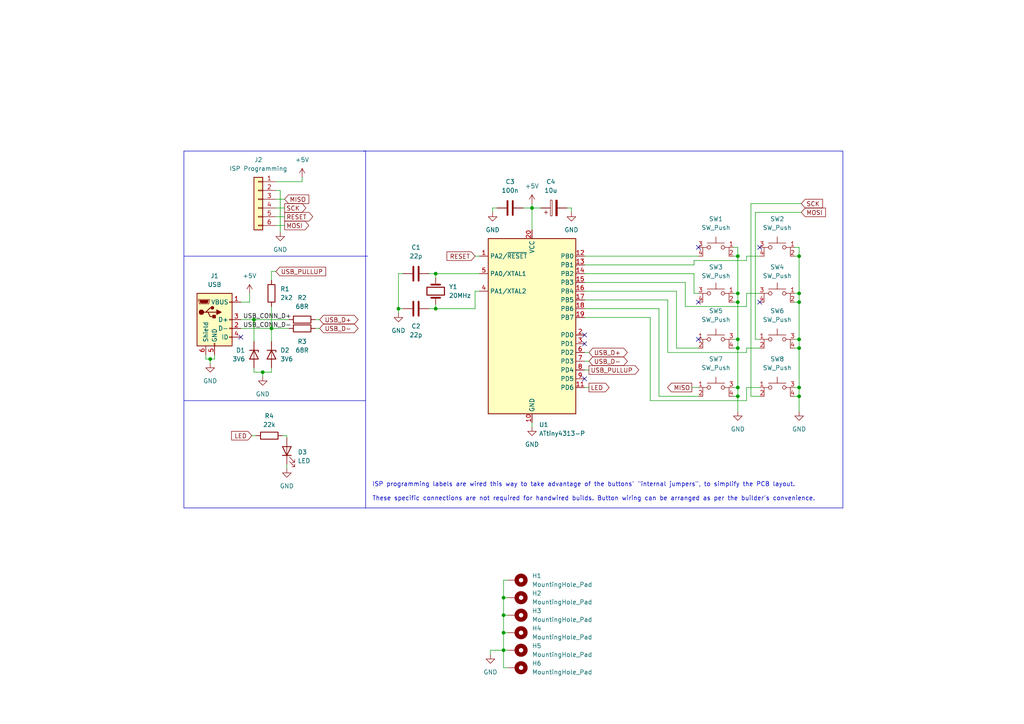
<source format=kicad_sch>
(kicad_sch (version 20230121) (generator eeschema)
  (paper "A4")
  (title_block (title "b8") (date "2024-04-03") (rev "20240403") (comment 3 "Released under CERN Open Hardware Licence Version 2 - Strongly Reciprocal") (comment 4 "Designed by: Rafael G. Martins"))
  (lib_symbols
    (symbol "Connector:USB_B_Mini" (pin_names (offset 1.016))
      (property "Reference" "J" (at -5.08 11.43 0))
      (property "Value" "USB_B_Mini" (at -5.08 8.89 0))
      (symbol "USB_B_Mini_0_1"
        (rectangle (start -5.08 -7.62) (end 5.08 7.62) (stroke (width 0.254)) (fill (type background)))
        (circle (center -3.81 2.159) (radius 0.635) (stroke (width 0.254)) (fill (type outline)))
        (circle (center -0.635 3.429) (radius 0.381) (stroke (width 0.254)) (fill (type outline)))
        (rectangle (start -0.127 -7.62) (end 0.127 -6.858))
        (polyline (pts (xy -1.905 2.159) (xy 0.635 2.159)) (stroke (width 0.254)))
        (polyline (pts (xy -3.175 2.159) (xy -2.54 2.159) (xy -1.27 3.429) (xy -0.635 3.429)) (stroke (width 0.254)))
        (polyline (pts (xy -2.54 2.159) (xy -1.905 2.159) (xy -1.27 0.889) (xy 0 0.889)) (stroke (width 0.254)))
        (polyline (pts (xy 0.635 2.794) (xy 0.635 1.524) (xy 1.905 2.159) (xy 0.635 2.794)) (stroke (width 0.254)) (fill (type outline)))
        (polyline (pts (xy -4.318 5.588) (xy -1.778 5.588) (xy -2.032 4.826) (xy -4.064 4.826) (xy -4.318 5.588)) (fill (type outline)))
        (polyline (pts (xy -4.699 5.842) (xy -4.699 5.588) (xy -4.445 4.826) (xy -4.445 4.572) (xy -1.651 4.572) (xy -1.651 4.826) (xy -1.397 5.588) (xy -1.397 5.842) (xy -4.699 5.842)))
        (rectangle (start 0.254 1.27) (end -0.508 0.508) (stroke (width 0.254)) (fill (type outline)))
        (rectangle (start 5.08 -5.207) (end 4.318 -4.953))
        (rectangle (start 5.08 -2.667) (end 4.318 -2.413))
        (rectangle (start 5.08 -0.127) (end 4.318 0.127))
        (rectangle (start 5.08 4.953) (end 4.318 5.207))
      )
      (symbol "USB_B_Mini_1_1"
        (pin power_out line (at 7.62 5.08 180) (length 2.54) (name "VBUS") (number "1"))
        (pin bidirectional line (at 7.62 -2.54 180) (length 2.54) (name "D-") (number "2"))
        (pin bidirectional line (at 7.62 0 180) (length 2.54) (name "D+") (number "3"))
        (pin passive line (at 7.62 -5.08 180) (length 2.54) (name "ID") (number "4"))
        (pin power_out line (at 0 -10.16 90) (length 2.54) (name "GND") (number "5"))
        (pin passive line (at -2.54 -10.16 90) (length 2.54) (name "Shield") (number "6"))
      )
    )
    (symbol "Connector_Generic:Conn_01x06" (pin_names (offset 1.016) hide)
      (property "Reference" "J" (at 0 7.62 0))
      (property "Value" "Conn_01x06" (at 0 -10.16 0))
      (symbol "Conn_01x06_1_1"
        (rectangle (start -1.27 -7.493) (end 0 -7.747) (stroke (width 0.1524)))
        (rectangle (start -1.27 -4.953) (end 0 -5.207) (stroke (width 0.1524)))
        (rectangle (start -1.27 -2.413) (end 0 -2.667) (stroke (width 0.1524)))
        (rectangle (start -1.27 0.127) (end 0 -0.127) (stroke (width 0.1524)))
        (rectangle (start -1.27 2.667) (end 0 2.413) (stroke (width 0.1524)))
        (rectangle (start -1.27 5.207) (end 0 4.953) (stroke (width 0.1524)))
        (rectangle (start -1.27 6.35) (end 1.27 -8.89) (stroke (width 0.254)) (fill (type background)))
        (pin passive line (at -5.08 5.08 0) (length 3.81) (name "Pin_1") (number "1"))
        (pin passive line (at -5.08 2.54 0) (length 3.81) (name "Pin_2") (number "2"))
        (pin passive line (at -5.08 0 0) (length 3.81) (name "Pin_3") (number "3"))
        (pin passive line (at -5.08 -2.54 0) (length 3.81) (name "Pin_4") (number "4"))
        (pin passive line (at -5.08 -5.08 0) (length 3.81) (name "Pin_5") (number "5"))
        (pin passive line (at -5.08 -7.62 0) (length 3.81) (name "Pin_6") (number "6"))
      )
    )
    (symbol "Device:C" (pin_numbers hide) (pin_names (offset 0.254))
      (property "Reference" "C" (at 0.635 2.54 0))
      (property "Value" "C" (at 0.635 -2.54 0))
      (symbol "C_0_1"
        (polyline (pts (xy -2.032 -0.762) (xy 2.032 -0.762)) (stroke (width 0.508)))
        (polyline (pts (xy -2.032 0.762) (xy 2.032 0.762)) (stroke (width 0.508)))
      )
      (symbol "C_1_1"
        (pin passive line (at 0 3.81 270) (length 2.794) (name "~") (number "1"))
        (pin passive line (at 0 -3.81 90) (length 2.794) (name "~") (number "2"))
      )
    )
    (symbol "Device:C_Polarized" (pin_numbers hide) (pin_names (offset 0.254))
      (property "Reference" "C" (at 0.635 2.54 0))
      (property "Value" "C_Polarized" (at 0.635 -2.54 0))
      (symbol "C_Polarized_0_1"
        (rectangle (start -2.286 0.508) (end 2.286 1.016))
        (polyline (pts (xy -1.778 2.286) (xy -0.762 2.286)))
        (polyline (pts (xy -1.27 2.794) (xy -1.27 1.778)))
        (rectangle (start 2.286 -0.508) (end -2.286 -1.016) (fill (type outline)))
      )
      (symbol "C_Polarized_1_1"
        (pin passive line (at 0 3.81 270) (length 2.794) (name "~") (number "1"))
        (pin passive line (at 0 -3.81 90) (length 2.794) (name "~") (number "2"))
      )
    )
    (symbol "Device:Crystal" (pin_numbers hide) (pin_names (offset 1.016) hide)
      (property "Reference" "Y" (at 0 3.81 0))
      (property "Value" "Crystal" (at 0 -3.81 0))
      (symbol "Crystal_0_1"
        (rectangle (start -1.143 2.54) (end 1.143 -2.54) (stroke (width 0.3048)))
        (polyline (pts (xy -2.54 0) (xy -1.905 0)))
        (polyline (pts (xy -1.905 -1.27) (xy -1.905 1.27)) (stroke (width 0.508)))
        (polyline (pts (xy 1.905 -1.27) (xy 1.905 1.27)) (stroke (width 0.508)))
        (polyline (pts (xy 2.54 0) (xy 1.905 0)))
      )
      (symbol "Crystal_1_1"
        (pin passive line (at -3.81 0 0) (length 1.27) (name "1") (number "1"))
        (pin passive line (at 3.81 0 180) (length 1.27) (name "2") (number "2"))
      )
    )
    (symbol "Device:D_Zener" (pin_numbers hide) (pin_names (offset 1.016) hide)
      (property "Reference" "D" (at 0 2.54 0))
      (property "Value" "D_Zener" (at 0 -2.54 0))
      (symbol "D_Zener_0_1"
        (polyline (pts (xy 1.27 0) (xy -1.27 0)))
        (polyline (pts (xy -1.27 -1.27) (xy -1.27 1.27) (xy -0.762 1.27)) (stroke (width 0.254)))
        (polyline (pts (xy 1.27 -1.27) (xy 1.27 1.27) (xy -1.27 0) (xy 1.27 -1.27)) (stroke (width 0.254)))
      )
      (symbol "D_Zener_1_1"
        (pin passive line (at -3.81 0 0) (length 2.54) (name "K") (number "1"))
        (pin passive line (at 3.81 0 180) (length 2.54) (name "A") (number "2"))
      )
    )
    (symbol "Device:LED" (pin_numbers hide) (pin_names (offset 1.016) hide)
      (property "Reference" "D" (at 0 2.54 0))
      (property "Value" "LED" (at 0 -2.54 0))
      (symbol "LED_0_1"
        (polyline (pts (xy -1.27 -1.27) (xy -1.27 1.27)) (stroke (width 0.254)))
        (polyline (pts (xy -1.27 0) (xy 1.27 0)))
        (polyline (pts (xy 1.27 -1.27) (xy 1.27 1.27) (xy -1.27 0) (xy 1.27 -1.27)) (stroke (width 0.254)))
        (polyline (pts (xy -3.048 -0.762) (xy -4.572 -2.286) (xy -3.81 -2.286) (xy -4.572 -2.286) (xy -4.572 -1.524)))
        (polyline (pts (xy -1.778 -0.762) (xy -3.302 -2.286) (xy -2.54 -2.286) (xy -3.302 -2.286) (xy -3.302 -1.524)))
      )
      (symbol "LED_1_1"
        (pin passive line (at -3.81 0 0) (length 2.54) (name "K") (number "1"))
        (pin passive line (at 3.81 0 180) (length 2.54) (name "A") (number "2"))
      )
    )
    (symbol "Device:R" (pin_numbers hide) (pin_names (offset 0))
      (property "Reference" "R" (at 2.032 0 90))
      (property "Value" "R" (at 0 0 90))
      (symbol "R_0_1"
        (rectangle (start -1.016 -2.54) (end 1.016 2.54) (stroke (width 0.254)))
      )
      (symbol "R_1_1"
        (pin passive line (at 0 3.81 270) (length 1.27) (name "~") (number "1"))
        (pin passive line (at 0 -3.81 90) (length 1.27) (name "~") (number "2"))
      )
    )
    (symbol "MCU_Microchip_ATtiny:ATtiny4313-P"
      (property "Reference" "U" (at -12.7 26.67 0))
      (property "Value" "ATtiny4313-P" (at 2.54 -26.67 0))
      (symbol "ATtiny4313-P_0_1"
        (rectangle (start -12.7 -25.4) (end 12.7 25.4) (stroke (width 0.254)) (fill (type background)))
      )
      (symbol "ATtiny4313-P_1_1"
        (pin bidirectional line (at -15.24 20.32 0) (length 2.54) (name "PA2/~{RESET}") (number "1"))
        (pin power_in line (at 0 -27.94 90) (length 2.54) (name "GND") (number "10"))
        (pin bidirectional line (at 15.24 -17.78 180) (length 2.54) (name "PD6") (number "11"))
        (pin bidirectional line (at 15.24 20.32 180) (length 2.54) (name "PB0") (number "12"))
        (pin bidirectional line (at 15.24 17.78 180) (length 2.54) (name "PB1") (number "13"))
        (pin bidirectional line (at 15.24 15.24 180) (length 2.54) (name "PB2") (number "14"))
        (pin bidirectional line (at 15.24 12.7 180) (length 2.54) (name "PB3") (number "15"))
        (pin bidirectional line (at 15.24 10.16 180) (length 2.54) (name "PB4") (number "16"))
        (pin bidirectional line (at 15.24 7.62 180) (length 2.54) (name "PB5") (number "17"))
        (pin bidirectional line (at 15.24 5.08 180) (length 2.54) (name "PB6") (number "18"))
        (pin bidirectional line (at 15.24 2.54 180) (length 2.54) (name "PB7") (number "19"))
        (pin bidirectional line (at 15.24 -2.54 180) (length 2.54) (name "PD0") (number "2"))
        (pin power_in line (at 0 27.94 270) (length 2.54) (name "VCC") (number "20"))
        (pin bidirectional line (at 15.24 -5.08 180) (length 2.54) (name "PD1") (number "3"))
        (pin bidirectional line (at -15.24 10.16 0) (length 2.54) (name "PA1/XTAL2") (number "4"))
        (pin bidirectional line (at -15.24 15.24 0) (length 2.54) (name "PA0/XTAL1") (number "5"))
        (pin bidirectional line (at 15.24 -7.62 180) (length 2.54) (name "PD2") (number "6"))
        (pin bidirectional line (at 15.24 -10.16 180) (length 2.54) (name "PD3") (number "7"))
        (pin bidirectional line (at 15.24 -12.7 180) (length 2.54) (name "PD4") (number "8"))
        (pin bidirectional line (at 15.24 -15.24 180) (length 2.54) (name "PD5") (number "9"))
      )
    )
    (symbol "Mechanical:MountingHole_Pad" (pin_numbers hide) (pin_names (offset 1.016) hide)
      (property "Reference" "H" (at 0 6.35 0))
      (property "Value" "MountingHole_Pad" (at 0 4.445 0))
      (symbol "MountingHole_Pad_0_1"
        (circle (center 0 1.27) (radius 1.27) (stroke (width 1.27)))
      )
      (symbol "MountingHole_Pad_1_1"
        (pin input line (at 0 -2.54 90) (length 2.54) (name "1") (number "1"))
      )
    )
    (symbol "b8:SW_Push" (pin_names (offset 1.016) hide)
      (property "Reference" "SW" (at 1.27 2.54 0))
      (property "Value" "SW_Push" (at 0 -3.81 0))
      (symbol "SW_Push_0_1"
        (circle (center -2.032 0) (radius 0.508))
        (polyline (pts (xy 0 1.27) (xy 0 3.048)))
        (polyline (pts (xy 2.54 1.27) (xy -2.54 1.27)))
        (polyline (pts (xy -3.81 -2.54) (xy -3.81 0) (xy -2.54 0)))
        (polyline (pts (xy 3.81 -2.54) (xy 3.81 0) (xy 2.54 0)))
        (circle (center 2.032 0) (radius 0.508))
        (pin passive line (at -5.08 0 0) (length 1.27) (name "1") (number "1"))
        (pin passive line (at -5.08 -2.54 0) (length 1.27) (name "2") (number "2"))
        (pin passive line (at 5.08 0 180) (length 1.27) (name "3") (number "3"))
        (pin passive line (at 5.08 -2.54 180) (length 1.27) (name "4") (number "4"))
      )
    )
    (symbol "power:+5V" (power) (pin_names (offset 0))
      (property "Value" "+5V" (at 0 3.556 0))
      (symbol "+5V_0_1"
        (polyline (pts (xy -0.762 1.27) (xy 0 2.54)))
        (polyline (pts (xy 0 0) (xy 0 2.54)))
        (polyline (pts (xy 0 2.54) (xy 0.762 1.27)))
      )
      (symbol "+5V_1_1"
        (pin power_in line (at 0 0 90) (length 0) hide (name "+5V") (number "1"))
      )
    )
    (symbol "power:GND" (power) (pin_names (offset 0))
      (property "Value" "GND" (at 0 -3.81 0))
      (symbol "GND_0_1"
        (polyline (pts (xy 0 0) (xy 0 -1.27) (xy 1.27 -1.27) (xy 0 -2.54) (xy -1.27 -1.27) (xy 0 -1.27)))
      )
      (symbol "GND_1_1"
        (pin power_in line (at 0 0 270) (length 0) hide (name "GND") (number "1"))
      )
    )
  )
  (junction (at 213.995 87.63))
  (junction (at 76.2 107.95))
  (junction (at 126.365 89.535))
  (junction (at 146.05 178.435))
  (junction (at 115.57 89.535))
  (junction (at 146.05 188.595))
  (junction (at 73.66 92.71))
  (junction (at 231.775 112.395))
  (junction (at 78.74 95.25))
  (junction (at 146.05 183.515))
  (junction (at 231.775 85.09))
  (junction (at 213.995 112.395))
  (junction (at 231.775 114.935))
  (junction (at 60.96 104.14))
  (junction (at 126.365 79.375))
  (junction (at 231.775 98.425))
  (junction (at 213.995 100.965))
  (junction (at 213.995 114.935))
  (junction (at 231.775 74.295))
  (junction (at 231.775 87.63))
  (junction (at 231.775 100.965))
  (junction (at 213.995 85.09))
  (junction (at 213.995 74.295))
  (junction (at 154.305 60.325))
  (junction (at 146.05 173.355))
  (junction (at 213.995 98.425))
  (no_connect (at 69.85 97.79))
  (no_connect (at 220.345 87.63))
  (no_connect (at 202.565 98.425))
  (no_connect (at 202.565 87.63))
  (no_connect (at 202.565 71.755))
  (no_connect (at 220.345 71.755))
  (no_connect (at 169.545 97.155))
  (no_connect (at 169.545 99.695))
  (no_connect (at 169.545 109.855))
  (polyline (pts (xy 244.475 147.32) (xy 244.475 43.815)))
  (wire (pts (xy 231.775 71.755) (xy 231.775 74.295)))
  (wire (pts (xy 231.775 87.63) (xy 231.775 98.425)))
  (wire (pts (xy 231.775 74.295) (xy 231.775 85.09)))
  (wire (pts (xy 212.725 74.295) (xy 213.995 74.295)))
  (wire (pts (xy 83.185 134.62) (xy 83.185 135.89)))
  (wire (pts (xy 165.735 61.595) (xy 165.735 60.325)))
  (wire (pts (xy 81.915 126.365) (xy 83.185 126.365)))
  (polyline (pts (xy 106.045 74.295) (xy 106.045 43.815)))
  (wire (pts (xy 213.995 87.63) (xy 213.995 98.425)))
  (polyline (pts (xy 243.84 43.815) (xy 53.34 43.815)))
  (wire (pts (xy 146.05 173.355) (xy 147.32 173.355)))
  (wire (pts (xy 91.44 95.25) (xy 92.71 95.25)))
  (wire (pts (xy 196.215 100.965) (xy 202.565 100.965)))
  (wire (pts (xy 137.795 84.455) (xy 139.065 84.455)))
  (wire (pts (xy 212.725 100.965) (xy 213.995 100.965)))
  (wire (pts (xy 146.05 188.595) (xy 146.05 183.515)))
  (wire (pts (xy 216.535 102.235) (xy 216.535 100.965)))
  (wire (pts (xy 115.57 89.535) (xy 116.84 89.535)))
  (wire (pts (xy 213.995 100.965) (xy 213.995 112.395)))
  (wire (pts (xy 146.05 178.435) (xy 146.05 183.515)))
  (wire (pts (xy 213.995 74.295) (xy 213.995 85.09)))
  (wire (pts (xy 151.765 60.325) (xy 154.305 60.325)))
  (wire (pts (xy 146.05 188.595) (xy 142.24 188.595)))
  (polyline (pts (xy 53.34 74.295) (xy 53.34 147.32)))
  (wire (pts (xy 188.595 92.075) (xy 188.595 116.205)))
  (wire (pts (xy 169.545 92.075) (xy 188.595 92.075)))
  (wire (pts (xy 196.215 84.455) (xy 196.215 100.965)))
  (wire (pts (xy 126.365 79.375) (xy 139.065 79.375)))
  (wire (pts (xy 213.995 85.09) (xy 213.995 87.63)))
  (wire (pts (xy 193.675 86.995) (xy 193.675 102.235)))
  (wire (pts (xy 217.805 59.055) (xy 232.41 59.055)))
  (wire (pts (xy 69.85 95.25) (xy 78.74 95.25)))
  (wire (pts (xy 146.05 183.515) (xy 147.32 183.515)))
  (wire (pts (xy 78.74 95.25) (xy 78.74 99.06)))
  (wire (pts (xy 220.345 114.935) (xy 217.805 114.935)))
  (wire (pts (xy 212.725 87.63) (xy 213.995 87.63)))
  (wire (pts (xy 154.305 122.555) (xy 154.305 123.825)))
  (wire (pts (xy 73.66 106.68) (xy 73.66 107.95)))
  (wire (pts (xy 137.795 89.535) (xy 137.795 84.455)))
  (wire (pts (xy 154.305 60.325) (xy 156.845 60.325)))
  (wire (pts (xy 69.85 92.71) (xy 73.66 92.71)))
  (wire (pts (xy 76.2 107.95) (xy 76.2 109.22)))
  (wire (pts (xy 216.535 112.395) (xy 216.535 116.205)))
  (polyline (pts (xy 53.34 116.205) (xy 106.045 116.205)))
  (wire (pts (xy 154.305 59.055) (xy 154.305 60.325)))
  (wire (pts (xy 231.775 85.09) (xy 231.775 87.63)))
  (wire (pts (xy 147.32 168.275) (xy 146.05 168.275)))
  (wire (pts (xy 201.295 75.565) (xy 216.535 75.565)))
  (polyline (pts (xy 106.045 74.295) (xy 106.045 147.32)))
  (wire (pts (xy 213.995 71.755) (xy 212.725 71.755)))
  (wire (pts (xy 217.805 114.935) (xy 217.805 59.055)))
  (wire (pts (xy 213.995 114.935) (xy 213.995 112.395)))
  (wire (pts (xy 115.57 79.375) (xy 116.84 79.375)))
  (wire (pts (xy 212.725 98.425) (xy 213.995 98.425)))
  (polyline (pts (xy 106.045 147.32) (xy 244.475 147.32)))
  (wire (pts (xy 81.28 55.245) (xy 81.28 67.31)))
  (wire (pts (xy 62.23 104.14) (xy 62.23 102.87)))
  (wire (pts (xy 78.74 95.25) (xy 83.82 95.25)))
  (wire (pts (xy 126.365 88.265) (xy 126.365 89.535)))
  (wire (pts (xy 80.01 52.705) (xy 87.63 52.705)))
  (wire (pts (xy 230.505 112.395) (xy 231.775 112.395)))
  (wire (pts (xy 146.05 193.675) (xy 147.32 193.675)))
  (wire (pts (xy 146.05 173.355) (xy 146.05 178.435)))
  (wire (pts (xy 169.545 107.315) (xy 170.815 107.315)))
  (polyline (pts (xy 53.34 43.815) (xy 53.34 74.295)))
  (wire (pts (xy 201.295 85.09) (xy 202.565 85.09)))
  (wire (pts (xy 230.505 100.965) (xy 231.775 100.965)))
  (wire (pts (xy 216.535 85.09) (xy 220.345 85.09)))
  (wire (pts (xy 72.39 87.63) (xy 72.39 85.09)))
  (wire (pts (xy 212.725 112.395) (xy 213.995 112.395)))
  (wire (pts (xy 213.995 71.755) (xy 213.995 74.295)))
  (wire (pts (xy 80.01 57.785) (xy 82.55 57.785)))
  (wire (pts (xy 165.735 60.325) (xy 164.465 60.325)))
  (wire (pts (xy 154.305 60.325) (xy 154.305 66.675)))
  (wire (pts (xy 76.2 107.95) (xy 78.74 107.95)))
  (wire (pts (xy 213.995 98.425) (xy 213.995 100.965)))
  (wire (pts (xy 230.505 114.935) (xy 231.775 114.935)))
  (wire (pts (xy 231.775 114.935) (xy 231.775 112.395)))
  (wire (pts (xy 142.875 60.325) (xy 144.145 60.325)))
  (wire (pts (xy 124.46 89.535) (xy 126.365 89.535)))
  (wire (pts (xy 200.66 112.395) (xy 202.565 112.395)))
  (wire (pts (xy 78.74 88.9) (xy 78.74 95.25)))
  (wire (pts (xy 213.995 119.38) (xy 213.995 114.935)))
  (wire (pts (xy 87.63 52.705) (xy 87.63 51.435)))
  (wire (pts (xy 169.545 104.775) (xy 170.815 104.775)))
  (wire (pts (xy 126.365 79.375) (xy 126.365 80.645)))
  (wire (pts (xy 216.535 100.965) (xy 220.345 100.965)))
  (wire (pts (xy 126.365 89.535) (xy 137.795 89.535)))
  (wire (pts (xy 230.505 87.63) (xy 231.775 87.63)))
  (wire (pts (xy 193.675 102.235) (xy 216.535 102.235)))
  (wire (pts (xy 146.05 188.595) (xy 147.32 188.595)))
  (wire (pts (xy 191.135 114.935) (xy 202.565 114.935)))
  (wire (pts (xy 231.775 119.38) (xy 231.775 114.935)))
  (wire (pts (xy 231.775 98.425) (xy 231.775 100.965)))
  (wire (pts (xy 146.05 193.675) (xy 146.05 188.595)))
  (wire (pts (xy 230.505 85.09) (xy 231.775 85.09)))
  (wire (pts (xy 169.545 89.535) (xy 191.135 89.535)))
  (wire (pts (xy 219.075 98.425) (xy 220.345 98.425)))
  (wire (pts (xy 198.755 81.915) (xy 198.755 88.9)))
  (wire (pts (xy 188.595 116.205) (xy 216.535 116.205)))
  (wire (pts (xy 169.545 112.395) (xy 170.815 112.395)))
  (wire (pts (xy 80.01 62.865) (xy 82.55 62.865)))
  (wire (pts (xy 115.57 89.535) (xy 115.57 79.375)))
  (wire (pts (xy 231.775 71.755) (xy 230.505 71.755)))
  (wire (pts (xy 212.725 114.935) (xy 213.995 114.935)))
  (wire (pts (xy 146.05 178.435) (xy 147.32 178.435)))
  (wire (pts (xy 139.065 74.295) (xy 137.795 74.295)))
  (wire (pts (xy 60.96 104.14) (xy 60.96 105.41)))
  (wire (pts (xy 216.535 85.09) (xy 216.535 88.9)))
  (wire (pts (xy 73.66 92.71) (xy 83.82 92.71)))
  (wire (pts (xy 216.535 112.395) (xy 220.345 112.395)))
  (wire (pts (xy 78.74 81.28) (xy 78.74 78.74)))
  (wire (pts (xy 169.545 102.235) (xy 170.815 102.235)))
  (wire (pts (xy 91.44 92.71) (xy 92.71 92.71)))
  (wire (pts (xy 146.05 168.275) (xy 146.05 173.355)))
  (wire (pts (xy 212.725 85.09) (xy 213.995 85.09)))
  (polyline (pts (xy 53.34 147.32) (xy 106.045 147.32)))
  (wire (pts (xy 83.185 126.365) (xy 83.185 127)))
  (wire (pts (xy 169.545 86.995) (xy 193.675 86.995)))
  (wire (pts (xy 69.85 87.63) (xy 72.39 87.63)))
  (wire (pts (xy 80.01 65.405) (xy 82.55 65.405)))
  (wire (pts (xy 230.505 98.425) (xy 231.775 98.425)))
  (wire (pts (xy 73.025 126.365) (xy 74.295 126.365)))
  (wire (pts (xy 142.875 61.595) (xy 142.875 60.325)))
  (wire (pts (xy 219.075 61.595) (xy 232.41 61.595)))
  (wire (pts (xy 115.57 90.805) (xy 115.57 89.535)))
  (polyline (pts (xy 53.34 74.295) (xy 106.68 74.295)))
  (wire (pts (xy 231.775 100.965) (xy 231.775 112.395)))
  (wire (pts (xy 191.135 89.535) (xy 191.135 114.935)))
  (wire (pts (xy 169.545 74.295) (xy 202.565 74.295)))
  (wire (pts (xy 124.46 79.375) (xy 126.365 79.375)))
  (wire (pts (xy 73.66 107.95) (xy 76.2 107.95)))
  (wire (pts (xy 142.24 188.595) (xy 142.24 189.865)))
  (wire (pts (xy 59.69 102.87) (xy 59.69 104.14)))
  (wire (pts (xy 169.545 79.375) (xy 201.295 79.375)))
  (wire (pts (xy 78.74 78.74) (xy 80.01 78.74)))
  (wire (pts (xy 60.96 104.14) (xy 62.23 104.14)))
  (wire (pts (xy 216.535 75.565) (xy 216.535 74.295)))
  (wire (pts (xy 169.545 81.915) (xy 198.755 81.915)))
  (wire (pts (xy 169.545 84.455) (xy 196.215 84.455)))
  (wire (pts (xy 219.075 61.595) (xy 219.075 98.425)))
  (wire (pts (xy 80.01 55.245) (xy 81.28 55.245)))
  (wire (pts (xy 80.01 60.325) (xy 82.55 60.325)))
  (wire (pts (xy 230.505 74.295) (xy 231.775 74.295)))
  (wire (pts (xy 198.755 88.9) (xy 216.535 88.9)))
  (polyline (pts (xy 244.475 43.815) (xy 243.84 43.815)))
  (wire (pts (xy 78.74 106.68) (xy 78.74 107.95)))
  (wire (pts (xy 201.295 79.375) (xy 201.295 85.09)))
  (wire (pts (xy 216.535 74.295) (xy 220.345 74.295)))
  (polyline (pts (xy 106.045 43.815) (xy 105.41 43.815)))
  (wire (pts (xy 169.545 76.835) (xy 201.295 76.835)))
  (wire (pts (xy 59.69 104.14) (xy 60.96 104.14)))
  (wire (pts (xy 201.295 76.835) (xy 201.295 75.565)))
  (wire (pts (xy 73.66 92.71) (xy 73.66 99.06)))
  (text "ISP programming labels are wired this way to take advantage of the buttons' \"internal jumpers\", to simplify the PCB layout.\n\nThese specific connections are not required for handwired builds. Button wiring can be arranged as per the builder's convenience." (at 107.95 145.415 0) (effects (font (size 1.27 1.27)) (justify left bottom)))
  (label "USB_CONN_D+" (at 70.485 92.71 0))
  (label "USB_CONN_D-" (at 70.485 95.25 0))
  (global_label "RESET" (shape input) (at 137.795 74.295 180) (property "Intersheetrefs" "${INTERSHEET_REFS}" (effects hide)))
  (global_label "MISO" (shape input) (at 82.55 57.785 0) (property "Intersheetrefs" "${INTERSHEET_REFS}" (effects hide)))
  (global_label "RESET" (shape output) (at 82.55 62.865 0) (property "Intersheetrefs" "${INTERSHEET_REFS}" (effects hide)))
  (global_label "USB_PULLUP" (shape input) (at 80.01 78.74 0) (property "Intersheetrefs" "${INTERSHEET_REFS}" (effects hide)))
  (global_label "MOSI" (shape output) (at 82.55 65.405 0) (property "Intersheetrefs" "${INTERSHEET_REFS}" (effects hide)))
  (global_label "SCK" (shape output) (at 82.55 60.325 0) (property "Intersheetrefs" "${INTERSHEET_REFS}" (effects hide)))
  (global_label "USB_D+" (shape bidirectional) (at 170.815 102.235 0) (property "Intersheetrefs" "${INTERSHEET_REFS}" (effects hide)))
  (global_label "SCK" (shape input) (at 232.41 59.055 0) (property "Intersheetrefs" "${INTERSHEET_REFS}" (effects hide)))
  (global_label "MOSI" (shape input) (at 232.41 61.595 0) (property "Intersheetrefs" "${INTERSHEET_REFS}" (effects hide)))
  (global_label "USB_D+" (shape bidirectional) (at 92.71 92.71 0) (property "Intersheetrefs" "${INTERSHEET_REFS}" (effects hide)))
  (global_label "MISO" (shape output) (at 200.66 112.395 180) (property "Intersheetrefs" "${INTERSHEET_REFS}" (effects hide)))
  (global_label "USB_PULLUP" (shape output) (at 170.815 107.315 0) (property "Intersheetrefs" "${INTERSHEET_REFS}" (effects hide)))
  (global_label "LED" (shape input) (at 73.025 126.365 180) (property "Intersheetrefs" "${INTERSHEET_REFS}" (effects hide)))
  (global_label "LED" (shape output) (at 170.815 112.395 0) (property "Intersheetrefs" "${INTERSHEET_REFS}" (effects hide)))
  (global_label "USB_D-" (shape bidirectional) (at 92.71 95.25 0) (property "Intersheetrefs" "${INTERSHEET_REFS}" (effects hide)))
  (global_label "USB_D-" (shape bidirectional) (at 170.815 104.775 0) (property "Intersheetrefs" "${INTERSHEET_REFS}" (effects hide)))
  (symbol (lib_id "b8:SW_Push") (at 225.425 71.755 0) (mirror y) (unit 1)
    (property "Reference" "SW2" (at 225.425 63.5 0))
    (property "Value" "SW_Push" (at 225.425 66.04 0))
    (property "Footprint" "b8:SW_PUSH-12mm" (effects hide))
  )
  (symbol (lib_id "Mechanical:MountingHole_Pad") (at 149.86 168.275 270) (unit 1)
    (property "Reference" "H1" (at 154.305 167.0049 90) (effects (justify left)))
    (property "Value" "MountingHole_Pad" (at 154.305 169.5449 90) (effects (justify left)))
    (property "Footprint" "MountingHole:MountingHole_2.2mm_M2_Pad_Via" (effects hide))
  )
  (symbol (lib_id "power:GND") (at 165.735 61.595 0) (unit 1)
    (property "Reference" "#PWR0110" (effects hide))
    (property "Value" "GND" (at 165.735 66.675 0))
  )
  (symbol (lib_id "MCU_Microchip_ATtiny:ATtiny4313-P") (at 154.305 94.615 0) (unit 1)
    (property "Reference" "U1" (at 156.3244 123.19 0) (effects (justify left)))
    (property "Value" "ATtiny4313-P" (at 156.3244 125.73 0) (effects (justify left)))
    (property "Footprint" "Package_DIP:DIP-20_W7.62mm" (effects hide))
    (property "Datasheet" "http://ww1.microchip.com/downloads/en/DeviceDoc/doc8246.pdf" (effects hide))
  )
  (symbol (lib_id "power:GND") (at 60.96 105.41 0) (unit 1)
    (property "Reference" "#PWR0111" (effects hide))
    (property "Value" "GND" (at 60.96 110.49 0))
  )
  (symbol (lib_id "Device:LED") (at 83.185 130.81 90) (unit 1)
    (property "Reference" "D3" (at 86.36 131.1274 90) (effects (justify right)))
    (property "Value" "LED" (at 86.36 133.6674 90) (effects (justify right)))
    (property "Footprint" "LED_THT:LED_D3.0mm" (effects hide))
  )
  (symbol (lib_id "Mechanical:MountingHole_Pad") (at 149.86 193.675 270) (unit 1)
    (property "Reference" "H6" (at 154.305 192.4049 90) (effects (justify left)))
    (property "Value" "MountingHole_Pad" (at 154.305 194.9449 90) (effects (justify left)))
    (property "Footprint" "MountingHole:MountingHole_2.2mm_M2_Pad_Via" (effects hide))
  )
  (symbol (lib_id "b8:SW_Push") (at 225.425 98.425 0) (unit 1)
    (property "Reference" "SW6" (at 225.425 90.17 0))
    (property "Value" "SW_Push" (at 225.425 92.71 0))
    (property "Footprint" "b8:SW_PUSH-12mm" (effects hide))
  )
  (symbol (lib_id "power:GND") (at 213.995 119.38 0) (unit 1)
    (property "Reference" "#PWR0106" (effects hide))
    (property "Value" "GND" (at 213.995 124.46 0))
  )
  (symbol (lib_id "power:GND") (at 142.24 189.865 0) (unit 1)
    (property "Reference" "#PWR0113" (effects hide))
    (property "Value" "GND" (at 142.24 194.945 0))
  )
  (symbol (lib_id "b8:SW_Push") (at 207.645 85.09 0) (mirror y) (unit 1)
    (property "Reference" "SW3" (at 207.645 77.47 0))
    (property "Value" "SW_Push" (at 207.645 80.01 0))
    (property "Footprint" "b8:SW_PUSH-12mm" (effects hide))
  )
  (symbol (lib_id "Device:C") (at 120.65 79.375 90) (unit 1)
    (property "Reference" "C1" (at 120.65 71.755 90))
    (property "Value" "22p" (at 120.65 74.295 90))
    (property "Footprint" "Capacitor_THT:C_Disc_D3.0mm_W1.6mm_P2.50mm" (effects hide))
  )
  (symbol (lib_id "Connector:USB_B_Mini") (at 62.23 92.71 0) (unit 1)
    (property "Reference" "J1" (at 62.23 80.01 0))
    (property "Value" "USB" (at 62.23 82.55 0))
    (property "Footprint" "b8:USB_Mini-B_PTH" (effects hide))
  )
  (symbol (lib_id "Mechanical:MountingHole_Pad") (at 149.86 188.595 270) (unit 1)
    (property "Reference" "H5" (at 154.305 187.3249 90) (effects (justify left)))
    (property "Value" "MountingHole_Pad" (at 154.305 189.8649 90) (effects (justify left)))
    (property "Footprint" "MountingHole:MountingHole_2.2mm_M2_Pad_Via" (effects hide))
  )
  (symbol (lib_id "power:+5V") (at 72.39 85.09 0) (unit 1)
    (property "Reference" "#PWR0105" (effects hide))
    (property "Value" "+5V" (at 72.39 80.01 0))
  )
  (symbol (lib_id "Device:R") (at 87.63 95.25 90) (unit 1)
    (property "Reference" "R3" (at 87.63 99.06 90))
    (property "Value" "68R" (at 87.63 101.6 90))
    (property "Footprint" "b8:R_YAGEO_MFR-25FTE52_Horizontal" (effects hide))
  )
  (symbol (lib_id "Device:C_Polarized") (at 160.655 60.325 90) (unit 1)
    (property "Reference" "C4" (at 159.766 52.705 90))
    (property "Value" "10u" (at 159.766 55.245 90))
    (property "Footprint" "b8:CP_Radial_D5.0mm_P2.50mm_Horizontal" (effects hide))
  )
  (symbol (lib_id "b8:SW_Push") (at 225.425 112.395 0) (unit 1)
    (property "Reference" "SW8" (at 225.425 104.14 0))
    (property "Value" "SW_Push" (at 225.425 106.68 0))
    (property "Footprint" "b8:SW_PUSH-12mm" (effects hide))
  )
  (symbol (lib_id "Device:R") (at 78.105 126.365 90) (unit 1)
    (property "Reference" "R4" (at 78.105 120.65 90))
    (property "Value" "22k" (at 78.105 123.19 90))
    (property "Footprint" "b8:R_YAGEO_MFR-25FTE52_Horizontal" (effects hide))
  )
  (symbol (lib_id "Device:R") (at 87.63 92.71 90) (unit 1)
    (property "Reference" "R2" (at 87.63 86.36 90))
    (property "Value" "68R" (at 87.63 88.9 90))
    (property "Footprint" "b8:R_YAGEO_MFR-25FTE52_Horizontal" (effects hide))
  )
  (symbol (lib_id "Mechanical:MountingHole_Pad") (at 149.86 183.515 270) (unit 1)
    (property "Reference" "H4" (at 154.305 182.2449 90) (effects (justify left)))
    (property "Value" "MountingHole_Pad" (at 154.305 184.7849 90) (effects (justify left)))
    (property "Footprint" "MountingHole:MountingHole_2.2mm_M2_Pad_Via" (effects hide))
  )
  (symbol (lib_id "b8:SW_Push") (at 225.425 85.09 0) (mirror y) (unit 1)
    (property "Reference" "SW4" (at 225.425 77.47 0))
    (property "Value" "SW_Push" (at 225.425 80.01 0))
    (property "Footprint" "b8:SW_PUSH-12mm" (effects hide))
  )
  (symbol (lib_id "Device:D_Zener") (at 73.66 102.87 270) (unit 1)
    (property "Reference" "D1" (at 71.12 101.5999 90) (effects (justify right)))
    (property "Value" "3V6" (at 71.12 104.1399 90) (effects (justify right)))
    (property "Footprint" "Diode_THT:D_DO-35_SOD27_P7.62mm_Horizontal" (effects hide))
  )
  (symbol (lib_id "power:GND") (at 76.2 109.22 0) (unit 1)
    (property "Reference" "#PWR0104" (effects hide))
    (property "Value" "GND" (at 76.2 114.3 0))
  )
  (symbol (lib_id "power:GND") (at 115.57 90.805 0) (unit 1)
    (property "Reference" "#PWR0102" (effects hide))
    (property "Value" "GND" (at 115.57 95.885 0))
  )
  (symbol (lib_id "b8:SW_Push") (at 207.645 71.755 0) (mirror y) (unit 1)
    (property "Reference" "SW1" (at 207.645 63.5 0))
    (property "Value" "SW_Push" (at 207.645 66.04 0))
    (property "Footprint" "b8:SW_PUSH-12mm" (effects hide))
  )
  (symbol (lib_id "power:GND") (at 83.185 135.89 0) (unit 1)
    (property "Reference" "#PWR0112" (effects hide))
    (property "Value" "GND" (at 83.185 140.97 0))
  )
  (symbol (lib_id "Connector_Generic:Conn_01x06") (at 74.93 57.785 0) (mirror y) (unit 1)
    (property "Reference" "J2" (at 74.93 46.355 0))
    (property "Value" "ISP Programming" (at 74.93 48.895 0))
    (property "Footprint" "Connector_PinHeader_2.54mm:PinHeader_1x06_P2.54mm_Horizontal" (effects hide))
  )
  (symbol (lib_id "power:+5V") (at 154.305 59.055 0) (unit 1)
    (property "Reference" "#PWR0109" (effects hide))
    (property "Value" "+5V" (at 154.305 53.975 0))
  )
  (symbol (lib_id "Device:C") (at 120.65 89.535 90) (unit 1)
    (property "Reference" "C2" (at 120.65 94.615 90))
    (property "Value" "22p" (at 120.65 97.155 90))
    (property "Footprint" "Capacitor_THT:C_Disc_D3.0mm_W1.6mm_P2.50mm" (effects hide))
  )
  (symbol (lib_id "power:GND") (at 142.875 61.595 0) (unit 1)
    (property "Reference" "#PWR0101" (effects hide))
    (property "Value" "GND" (at 142.875 66.675 0))
  )
  (symbol (lib_id "power:+5V") (at 87.63 51.435 0) (unit 1)
    (property "Reference" "#PWR0114" (effects hide))
    (property "Value" "+5V" (at 87.63 46.355 0))
  )
  (symbol (lib_id "b8:SW_Push") (at 207.645 98.425 0) (unit 1)
    (property "Reference" "SW5" (at 207.645 90.17 0))
    (property "Value" "SW_Push" (at 207.645 92.71 0))
    (property "Footprint" "b8:SW_PUSH-12mm" (effects hide))
  )
  (symbol (lib_id "Device:C") (at 147.955 60.325 90) (unit 1)
    (property "Reference" "C3" (at 147.955 52.705 90))
    (property "Value" "100n" (at 147.955 55.245 90))
    (property "Footprint" "b8:C_TDK_FA28" (effects hide))
  )
  (symbol (lib_id "power:GND") (at 154.305 123.825 0) (unit 1)
    (property "Reference" "#PWR0108" (effects hide))
    (property "Value" "GND" (at 154.305 128.905 0))
  )
  (symbol (lib_id "Device:D_Zener") (at 78.74 102.87 270) (unit 1)
    (property "Reference" "D2" (at 81.28 101.5999 90) (effects (justify left)))
    (property "Value" "3V6" (at 81.28 104.1399 90) (effects (justify left)))
    (property "Footprint" "Diode_THT:D_DO-35_SOD27_P7.62mm_Horizontal" (effects hide))
  )
  (symbol (lib_id "Mechanical:MountingHole_Pad") (at 149.86 178.435 270) (unit 1)
    (property "Reference" "H3" (at 154.305 177.1649 90) (effects (justify left)))
    (property "Value" "MountingHole_Pad" (at 154.305 179.7049 90) (effects (justify left)))
    (property "Footprint" "MountingHole:MountingHole_2.2mm_M2_Pad_Via" (effects hide))
  )
  (symbol (lib_id "Device:R") (at 78.74 85.09 180) (unit 1)
    (property "Reference" "R1" (at 81.28 83.8199 0) (effects (justify right)))
    (property "Value" "2k2" (at 81.28 86.3599 0) (effects (justify right)))
    (property "Footprint" "b8:R_YAGEO_MFR-25FTE52_Horizontal" (effects hide))
  )
  (symbol (lib_id "power:GND") (at 231.775 119.38 0) (unit 1)
    (property "Reference" "#PWR0107" (effects hide))
    (property "Value" "GND" (at 231.775 124.46 0))
  )
  (symbol (lib_id "Device:Crystal") (at 126.365 84.455 90) (unit 1)
    (property "Reference" "Y1" (at 130.175 83.1849 90) (effects (justify right)))
    (property "Value" "20MHz" (at 130.175 85.7249 90) (effects (justify right)))
    (property "Footprint" "Crystal:Crystal_HC49-4H_Vertical" (effects hide))
  )
  (symbol (lib_id "power:GND") (at 81.28 67.31 0) (unit 1)
    (property "Reference" "#PWR0103" (effects hide))
    (property "Value" "GND" (at 81.28 72.39 0))
  )
  (symbol (lib_id "b8:SW_Push") (at 207.645 112.395 0) (unit 1)
    (property "Reference" "SW7" (at 207.645 104.14 0))
    (property "Value" "SW_Push" (at 207.645 106.68 0))
    (property "Footprint" "b8:SW_PUSH-12mm" (effects hide))
  )
  (symbol (lib_id "Mechanical:MountingHole_Pad") (at 149.86 173.355 270) (unit 1)
    (property "Reference" "H2" (at 154.305 172.0849 90) (effects (justify left)))
    (property "Value" "MountingHole_Pad" (at 154.305 174.6249 90) (effects (justify left)))
    (property "Footprint" "MountingHole:MountingHole_2.2mm_M2_Pad_Via" (effects hide))
  )
)
</source>
